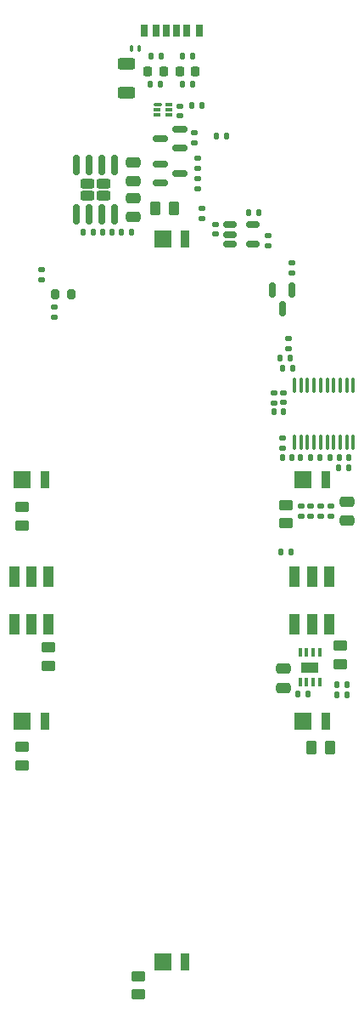
<source format=gbr>
%TF.GenerationSoftware,KiCad,Pcbnew,8.0.6*%
%TF.CreationDate,2024-11-04T21:33:25+05:30*%
%TF.ProjectId,Berrythe,42657272-7974-4686-952e-6b696361645f,rev?*%
%TF.SameCoordinates,Original*%
%TF.FileFunction,Paste,Top*%
%TF.FilePolarity,Positive*%
%FSLAX46Y46*%
G04 Gerber Fmt 4.6, Leading zero omitted, Abs format (unit mm)*
G04 Created by KiCad (PCBNEW 8.0.6) date 2024-11-04 21:33:25*
%MOMM*%
%LPD*%
G01*
G04 APERTURE LIST*
G04 Aperture macros list*
%AMRoundRect*
0 Rectangle with rounded corners*
0 $1 Rounding radius*
0 $2 $3 $4 $5 $6 $7 $8 $9 X,Y pos of 4 corners*
0 Add a 4 corners polygon primitive as box body*
4,1,4,$2,$3,$4,$5,$6,$7,$8,$9,$2,$3,0*
0 Add four circle primitives for the rounded corners*
1,1,$1+$1,$2,$3*
1,1,$1+$1,$4,$5*
1,1,$1+$1,$6,$7*
1,1,$1+$1,$8,$9*
0 Add four rect primitives between the rounded corners*
20,1,$1+$1,$2,$3,$4,$5,0*
20,1,$1+$1,$4,$5,$6,$7,0*
20,1,$1+$1,$6,$7,$8,$9,0*
20,1,$1+$1,$8,$9,$2,$3,0*%
G04 Aperture macros list end*
%ADD10C,0.000000*%
%ADD11R,1.672000X1.672000*%
%ADD12R,0.950000X1.672000*%
%ADD13RoundRect,0.135000X0.185000X-0.135000X0.185000X0.135000X-0.185000X0.135000X-0.185000X-0.135000X0*%
%ADD14RoundRect,0.135000X-0.135000X-0.185000X0.135000X-0.185000X0.135000X0.185000X-0.135000X0.185000X0*%
%ADD15R,1.100000X2.000000*%
%ADD16RoundRect,0.100000X0.100000X-0.637500X0.100000X0.637500X-0.100000X0.637500X-0.100000X-0.637500X0*%
%ADD17RoundRect,0.140000X0.140000X0.170000X-0.140000X0.170000X-0.140000X-0.170000X0.140000X-0.170000X0*%
%ADD18RoundRect,0.250000X-0.262500X-0.450000X0.262500X-0.450000X0.262500X0.450000X-0.262500X0.450000X0*%
%ADD19RoundRect,0.070000X-0.355000X0.070000X-0.355000X-0.070000X0.355000X-0.070000X0.355000X0.070000X0*%
%ADD20RoundRect,0.070000X-0.305000X0.070000X-0.305000X-0.070000X0.305000X-0.070000X0.305000X0.070000X0*%
%ADD21RoundRect,0.135000X-0.185000X0.135000X-0.185000X-0.135000X0.185000X-0.135000X0.185000X0.135000X0*%
%ADD22RoundRect,0.140000X-0.140000X-0.170000X0.140000X-0.170000X0.140000X0.170000X-0.140000X0.170000X0*%
%ADD23RoundRect,0.150000X0.587500X0.150000X-0.587500X0.150000X-0.587500X-0.150000X0.587500X-0.150000X0*%
%ADD24RoundRect,0.250000X-0.450000X0.262500X-0.450000X-0.262500X0.450000X-0.262500X0.450000X0.262500X0*%
%ADD25RoundRect,0.218750X-0.218750X-0.256250X0.218750X-0.256250X0.218750X0.256250X-0.218750X0.256250X0*%
%ADD26RoundRect,0.135000X0.135000X0.185000X-0.135000X0.185000X-0.135000X-0.185000X0.135000X-0.185000X0*%
%ADD27R,0.302473X0.931065*%
%ADD28RoundRect,0.250000X0.440000X-0.255000X0.440000X0.255000X-0.440000X0.255000X-0.440000X-0.255000X0*%
%ADD29RoundRect,0.150000X0.150000X-0.825000X0.150000X0.825000X-0.150000X0.825000X-0.150000X-0.825000X0*%
%ADD30RoundRect,0.250000X0.450000X-0.262500X0.450000X0.262500X-0.450000X0.262500X-0.450000X-0.262500X0*%
%ADD31RoundRect,0.250000X-0.475000X0.250000X-0.475000X-0.250000X0.475000X-0.250000X0.475000X0.250000X0*%
%ADD32RoundRect,0.140000X-0.170000X0.140000X-0.170000X-0.140000X0.170000X-0.140000X0.170000X0.140000X0*%
%ADD33RoundRect,0.150000X-0.150000X0.587500X-0.150000X-0.587500X0.150000X-0.587500X0.150000X0.587500X0*%
%ADD34RoundRect,0.250000X0.262500X0.450000X-0.262500X0.450000X-0.262500X-0.450000X0.262500X-0.450000X0*%
%ADD35RoundRect,0.250000X0.475000X-0.250000X0.475000X0.250000X-0.475000X0.250000X-0.475000X-0.250000X0*%
%ADD36RoundRect,0.150000X-0.587500X-0.150000X0.587500X-0.150000X0.587500X0.150000X-0.587500X0.150000X0*%
%ADD37RoundRect,0.250000X-0.625000X0.312500X-0.625000X-0.312500X0.625000X-0.312500X0.625000X0.312500X0*%
%ADD38R,0.700000X1.200000*%
%ADD39R,0.760000X1.200000*%
%ADD40R,0.800000X1.200000*%
%ADD41RoundRect,0.200000X-0.200000X-0.275000X0.200000X-0.275000X0.200000X0.275000X-0.200000X0.275000X0*%
%ADD42RoundRect,0.218750X0.218750X0.256250X-0.218750X0.256250X-0.218750X-0.256250X0.218750X-0.256250X0*%
%ADD43RoundRect,0.150000X-0.512500X-0.150000X0.512500X-0.150000X0.512500X0.150000X-0.512500X0.150000X0*%
%ADD44RoundRect,0.075000X0.075000X0.225000X-0.075000X0.225000X-0.075000X-0.225000X0.075000X-0.225000X0*%
G04 APERTURE END LIST*
D10*
%TO.C,U3*%
G36*
X96675000Y-140159466D02*
G01*
X94925000Y-140159466D01*
X94925000Y-139159468D01*
X96675000Y-139159468D01*
X96675000Y-140159466D01*
G37*
%TD*%
D11*
%TO.C,D5*%
X67100000Y-121000000D03*
D12*
X69375000Y-121000000D03*
%TD*%
D13*
%TO.C,R4*%
X84600000Y-92010000D03*
X84600000Y-90990000D03*
%TD*%
D14*
%TO.C,R10*%
X79915000Y-78800000D03*
X80935000Y-78800000D03*
%TD*%
D11*
%TO.C,D8*%
X95100000Y-145000000D03*
D12*
X97375000Y-145000000D03*
%TD*%
D15*
%TO.C,D9*%
X66300000Y-135400000D03*
X68000000Y-135400000D03*
X69700000Y-135400000D03*
X69700000Y-130600000D03*
X68000000Y-130600000D03*
X66300000Y-130600000D03*
%TD*%
D13*
%TO.C,R14*%
X96900000Y-124610000D03*
X96900000Y-123590000D03*
%TD*%
D16*
%TO.C,U4*%
X94275000Y-117262500D03*
X94925000Y-117262500D03*
X95575000Y-117262500D03*
X96225000Y-117262500D03*
X96875000Y-117262500D03*
X97525000Y-117262500D03*
X98175000Y-117262500D03*
X98825000Y-117262500D03*
X99475000Y-117262500D03*
X100125000Y-117262500D03*
X100125000Y-111537500D03*
X99475000Y-111537500D03*
X98825000Y-111537500D03*
X98175000Y-111537500D03*
X97525000Y-111537500D03*
X96875000Y-111537500D03*
X96225000Y-111537500D03*
X95575000Y-111537500D03*
X94925000Y-111537500D03*
X94275000Y-111537500D03*
%TD*%
D14*
%TO.C,R13*%
X98700000Y-119800000D03*
X99720000Y-119800000D03*
%TD*%
D17*
%TO.C,C13*%
X93180000Y-114200000D03*
X92220000Y-114200000D03*
%TD*%
D14*
%TO.C,R6*%
X83090000Y-81600000D03*
X84110000Y-81600000D03*
%TD*%
D13*
%TO.C,R12*%
X70300000Y-104810000D03*
X70300000Y-103790000D03*
%TD*%
D18*
%TO.C,R16*%
X80387500Y-94000000D03*
X82212500Y-94000000D03*
%TD*%
D19*
%TO.C,U1*%
X80600000Y-83650000D03*
D20*
X80550000Y-84150000D03*
X80550000Y-84650000D03*
X81700000Y-84650000D03*
X81700000Y-84150000D03*
X81700000Y-83650000D03*
%TD*%
D13*
%TO.C,R29*%
X95900000Y-124610000D03*
X95900000Y-123590000D03*
%TD*%
D21*
%TO.C,R36*%
X84600000Y-88990000D03*
X84600000Y-90010000D03*
%TD*%
D22*
%TO.C,C5*%
X94620000Y-142300000D03*
X95580000Y-142300000D03*
%TD*%
D23*
%TO.C,Q2*%
X82800000Y-87950000D03*
X82800000Y-86050000D03*
X80925000Y-87000000D03*
%TD*%
D24*
%TO.C,R39*%
X98800000Y-137487500D03*
X98800000Y-139312500D03*
%TD*%
D25*
%TO.C,D2*%
X79612500Y-80300000D03*
X81187500Y-80300000D03*
%TD*%
D15*
%TO.C,D10*%
X94300000Y-135400000D03*
X96000000Y-135400000D03*
X97700000Y-135400000D03*
X97700000Y-130600000D03*
X96000000Y-130600000D03*
X94300000Y-130600000D03*
%TD*%
D26*
%TO.C,R9*%
X74210000Y-96300000D03*
X73190000Y-96300000D03*
%TD*%
D13*
%TO.C,R7*%
X69000000Y-101110000D03*
X69000000Y-100090000D03*
%TD*%
D22*
%TO.C,C8*%
X96820000Y-118800000D03*
X97780000Y-118800000D03*
%TD*%
D24*
%TO.C,R38*%
X69700000Y-137687500D03*
X69700000Y-139512500D03*
%TD*%
D17*
%TO.C,C7*%
X99717500Y-118800000D03*
X98757500Y-118800000D03*
%TD*%
D11*
%TO.C,D4*%
X81100000Y-169000000D03*
D12*
X83375000Y-169000000D03*
%TD*%
D17*
%TO.C,C11*%
X94000000Y-118800000D03*
X93040000Y-118800000D03*
%TD*%
D14*
%TO.C,R24*%
X93090000Y-109900000D03*
X94110000Y-109900000D03*
%TD*%
D27*
%TO.C,U3*%
X94825001Y-141150000D03*
X95474999Y-141150000D03*
X96125001Y-141150000D03*
X96774999Y-141150000D03*
X96774999Y-138168934D03*
X96125001Y-138168934D03*
X95474999Y-138168934D03*
X94825001Y-138168934D03*
%TD*%
D26*
%TO.C,R8*%
X80910000Y-81600000D03*
X79890000Y-81600000D03*
%TD*%
%TO.C,R33*%
X93910000Y-128200000D03*
X92890000Y-128200000D03*
%TD*%
D28*
%TO.C,U2*%
X73575000Y-92700000D03*
X75225000Y-92700000D03*
X73575000Y-91500000D03*
X75225000Y-91500000D03*
D29*
X72495000Y-94575000D03*
X73765000Y-94575000D03*
X75035000Y-94575000D03*
X76305000Y-94575000D03*
X76305000Y-89625000D03*
X75035000Y-89625000D03*
X73765000Y-89625000D03*
X72495000Y-89625000D03*
%TD*%
D30*
%TO.C,R18*%
X67100000Y-125512500D03*
X67100000Y-123687500D03*
%TD*%
D14*
%TO.C,R25*%
X92790000Y-108900000D03*
X93810000Y-108900000D03*
%TD*%
D17*
%TO.C,C14*%
X76080000Y-96300000D03*
X75120000Y-96300000D03*
%TD*%
D13*
%TO.C,R15*%
X97900000Y-124610000D03*
X97900000Y-123590000D03*
%TD*%
D31*
%TO.C,C6*%
X99500000Y-123150000D03*
X99500000Y-125050000D03*
%TD*%
D32*
%TO.C,C3*%
X82825000Y-83770000D03*
X82825000Y-84730000D03*
%TD*%
D26*
%TO.C,R2*%
X85010000Y-83700000D03*
X83990000Y-83700000D03*
%TD*%
D17*
%TO.C,C10*%
X90680000Y-94350000D03*
X89720000Y-94350000D03*
%TD*%
D33*
%TO.C,Q3*%
X94000000Y-102062500D03*
X92100000Y-102062500D03*
X93050000Y-103937500D03*
%TD*%
D30*
%TO.C,R19*%
X67100000Y-149412500D03*
X67100000Y-147587500D03*
%TD*%
D32*
%TO.C,C12*%
X93175000Y-112320000D03*
X93175000Y-113280000D03*
%TD*%
D13*
%TO.C,R28*%
X94900000Y-124610000D03*
X94900000Y-123590000D03*
%TD*%
D21*
%TO.C,R35*%
X93700000Y-106890000D03*
X93700000Y-107910000D03*
%TD*%
D11*
%TO.C,D6*%
X67100000Y-145000000D03*
D12*
X69375000Y-145000000D03*
%TD*%
D34*
%TO.C,R21*%
X97800000Y-147600000D03*
X95975000Y-147600000D03*
%TD*%
D35*
%TO.C,C2*%
X78165000Y-94825000D03*
X78165000Y-92925000D03*
%TD*%
D32*
%TO.C,C9*%
X86400000Y-95570000D03*
X86400000Y-96530000D03*
%TD*%
D36*
%TO.C,Q1*%
X80925000Y-89550000D03*
X80925000Y-91450000D03*
X82800000Y-90500000D03*
%TD*%
D35*
%TO.C,C4*%
X93174999Y-141700000D03*
X93174999Y-139800000D03*
%TD*%
D13*
%TO.C,R5*%
X84300000Y-87410000D03*
X84300000Y-86390000D03*
%TD*%
D37*
%TO.C,R1*%
X77500000Y-79537500D03*
X77500000Y-82462500D03*
%TD*%
D31*
%TO.C,C1*%
X78165000Y-89375000D03*
X78165000Y-91275000D03*
%TD*%
D38*
%TO.C,J1*%
X82500000Y-76230000D03*
D39*
X80480000Y-76230000D03*
D40*
X79250000Y-76230000D03*
D38*
X81500000Y-76230000D03*
D39*
X83520000Y-76230000D03*
D40*
X84750000Y-76230000D03*
%TD*%
D13*
%TO.C,R30*%
X91600000Y-97710000D03*
X91600000Y-96690000D03*
%TD*%
%TO.C,R34*%
X92200000Y-113310000D03*
X92200000Y-112290000D03*
%TD*%
D41*
%TO.C,TH1*%
X70375000Y-102500000D03*
X72025000Y-102500000D03*
%TD*%
D14*
%TO.C,R3*%
X86490000Y-86800000D03*
X87510000Y-86800000D03*
%TD*%
D26*
%TO.C,R27*%
X95910000Y-118800000D03*
X94890000Y-118800000D03*
%TD*%
D11*
%TO.C,D7*%
X95100000Y-121000000D03*
D12*
X97375000Y-121000000D03*
%TD*%
D21*
%TO.C,R26*%
X94000000Y-99390000D03*
X94000000Y-100410000D03*
%TD*%
%TO.C,R37*%
X85000000Y-93990000D03*
X85000000Y-95010000D03*
%TD*%
D14*
%TO.C,R22*%
X98490000Y-142400000D03*
X99510000Y-142400000D03*
%TD*%
D42*
%TO.C,D1*%
X84387500Y-80300000D03*
X82812500Y-80300000D03*
%TD*%
D26*
%TO.C,R11*%
X84110000Y-78800000D03*
X83090000Y-78800000D03*
%TD*%
%TO.C,R31*%
X78010000Y-96300000D03*
X76990000Y-96300000D03*
%TD*%
D43*
%TO.C,U5*%
X87862500Y-95600000D03*
X87862500Y-96550000D03*
X87862500Y-97500000D03*
X90137500Y-97500000D03*
X90137500Y-95600000D03*
%TD*%
D44*
%TO.C,D11*%
X78750000Y-78000000D03*
X78050000Y-78000000D03*
%TD*%
D30*
%TO.C,R20*%
X93400000Y-125312500D03*
X93400000Y-123487500D03*
%TD*%
D13*
%TO.C,R32*%
X93100000Y-117820000D03*
X93100000Y-116800000D03*
%TD*%
D11*
%TO.C,D3*%
X81100000Y-97000000D03*
D12*
X83375000Y-97000000D03*
%TD*%
D30*
%TO.C,R17*%
X78700000Y-172212500D03*
X78700000Y-170387500D03*
%TD*%
D14*
%TO.C,R23*%
X98490000Y-141400000D03*
X99510000Y-141400000D03*
%TD*%
M02*

</source>
